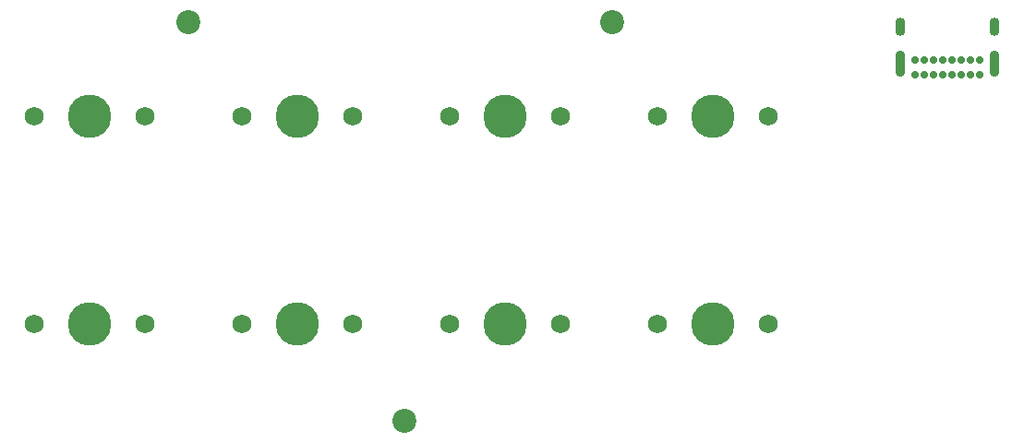
<source format=gts>
G04 #@! TF.GenerationSoftware,KiCad,Pcbnew,(5.1.9)-1*
G04 #@! TF.CreationDate,2021-05-06T18:48:07-07:00*
G04 #@! TF.ProjectId,PCB,5043422e-6b69-4636-9164-5f7063625858,rev?*
G04 #@! TF.SameCoordinates,Original*
G04 #@! TF.FileFunction,Soldermask,Top*
G04 #@! TF.FilePolarity,Negative*
%FSLAX46Y46*%
G04 Gerber Fmt 4.6, Leading zero omitted, Abs format (unit mm)*
G04 Created by KiCad (PCBNEW (5.1.9)-1) date 2021-05-06 18:48:07*
%MOMM*%
%LPD*%
G01*
G04 APERTURE LIST*
%ADD10C,0.700000*%
%ADD11O,0.900000X2.400000*%
%ADD12O,0.900000X1.700000*%
%ADD13C,2.200000*%
%ADD14C,3.987800*%
%ADD15C,1.750000*%
G04 APERTURE END LIST*
D10*
X206375000Y-74612500D03*
X207225000Y-74612500D03*
X208075000Y-74612500D03*
X208925000Y-74612500D03*
X209775000Y-74612500D03*
X210625000Y-74612500D03*
X211475000Y-74612500D03*
X212325000Y-74612500D03*
X207225000Y-73262500D03*
X208925000Y-73262500D03*
X208075000Y-73262500D03*
X206375000Y-73262500D03*
X210625000Y-73262500D03*
X211475000Y-73262500D03*
X212325000Y-73262500D03*
X209775000Y-73262500D03*
D11*
X205025000Y-73632500D03*
X213675000Y-73632500D03*
D12*
X205025000Y-70252500D03*
X213675000Y-70252500D03*
D13*
X159543750Y-106362500D03*
X178593750Y-69850000D03*
X139700000Y-69850000D03*
D14*
X187793750Y-97468750D03*
D15*
X182713750Y-97468750D03*
X192873750Y-97468750D03*
D14*
X187793750Y-78418750D03*
D15*
X182713750Y-78418750D03*
X192873750Y-78418750D03*
D14*
X168743750Y-97468750D03*
D15*
X163663750Y-97468750D03*
X173823750Y-97468750D03*
D14*
X168743750Y-78418750D03*
D15*
X163663750Y-78418750D03*
X173823750Y-78418750D03*
D14*
X149693750Y-97468750D03*
D15*
X144613750Y-97468750D03*
X154773750Y-97468750D03*
D14*
X149693750Y-78418750D03*
D15*
X144613750Y-78418750D03*
X154773750Y-78418750D03*
D14*
X130643750Y-97468750D03*
D15*
X125563750Y-97468750D03*
X135723750Y-97468750D03*
D14*
X130643750Y-78418750D03*
D15*
X125563750Y-78418750D03*
X135723750Y-78418750D03*
M02*

</source>
